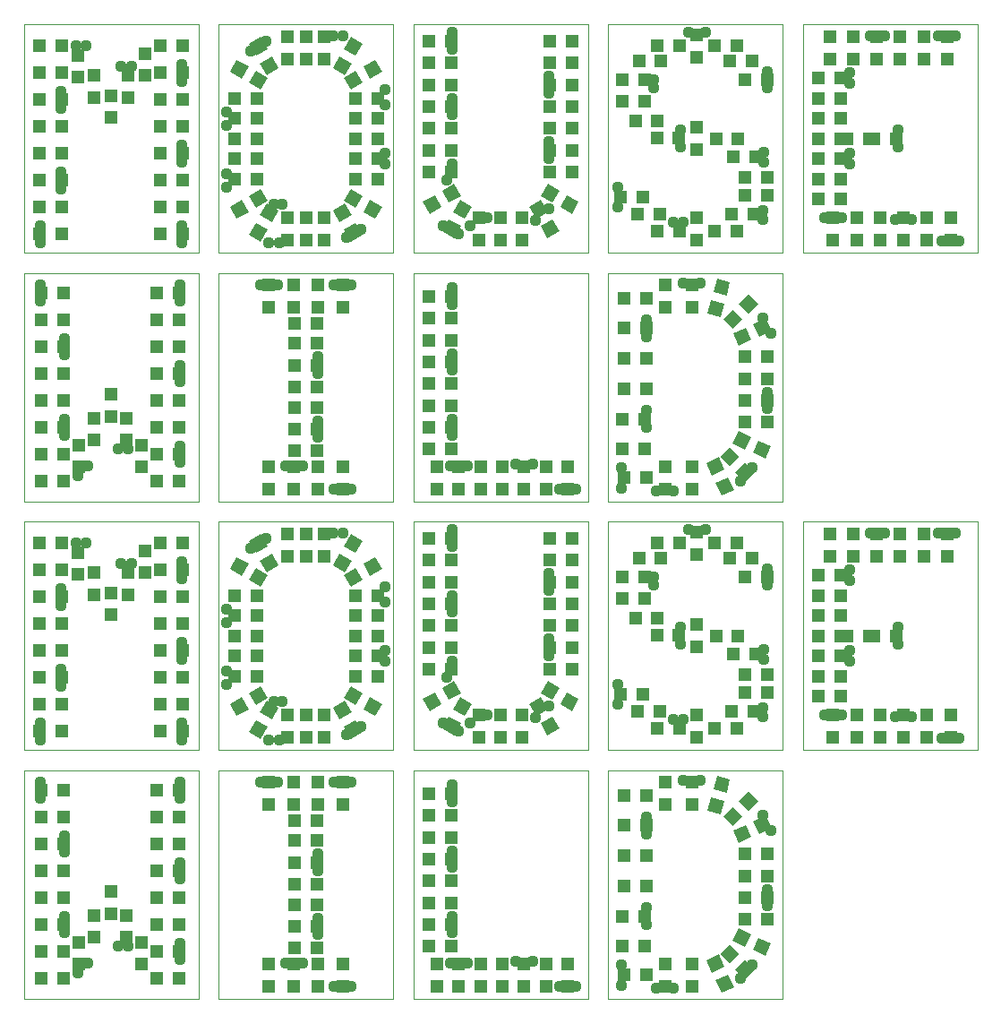
<source format=gts>
G75*
G70*
%OFA0B0*%
%FSLAX25Y25*%
%IPPOS*%
%LPD*%
%AMOC8*
5,1,8,0,0,1.08239X$1,22.5*
%
%ADD12C,0.04370*%
%ADD17C,0.00000*%
%ADD20R,0.05120X0.05120*%
X0010000Y0010000D02*
G75*
%LPD*%
D17*
X0010000Y0010000D02*
X0010000Y0095000D01*
X0075000Y0095000D01*
X0075000Y0010000D01*
X0010000Y0010000D01*
D20*
X0016490Y0017500D03*
X0024760Y0017500D03*
X0030620Y0022740D03*
X0024760Y0027500D03*
X0030620Y0031010D03*
X0036250Y0032740D03*
X0036250Y0041010D03*
X0042500Y0041490D03*
X0048120Y0041010D03*
X0048120Y0032740D03*
X0053750Y0031010D03*
X0059610Y0027500D03*
X0053750Y0022740D03*
X0059610Y0017500D03*
X0067880Y0017500D03*
X0067880Y0027500D03*
X0067880Y0037500D03*
X0059610Y0037500D03*
X0059610Y0047500D03*
X0067880Y0047500D03*
X0067880Y0057500D03*
X0059610Y0057500D03*
X0059610Y0067500D03*
X0067880Y0067500D03*
X0067880Y0077500D03*
X0059610Y0077500D03*
X0059610Y0087500D03*
X0067880Y0087500D03*
X0042500Y0049760D03*
X0024760Y0047500D03*
X0016490Y0047500D03*
X0016490Y0057500D03*
X0024760Y0057500D03*
X0024760Y0067500D03*
X0016490Y0067500D03*
X0016490Y0077500D03*
X0024760Y0077500D03*
X0024760Y0087500D03*
X0016490Y0087500D03*
X0016490Y0037500D03*
X0024760Y0037500D03*
X0016490Y0027500D03*
D12*
X0025000Y0034370D03*
X0025000Y0040620D03*
X0033750Y0023120D03*
X0030000Y0019370D03*
X0045000Y0029370D03*
X0048750Y0029370D03*
X0068120Y0030620D03*
X0068120Y0024370D03*
X0068120Y0054370D03*
X0068120Y0060620D03*
X0068120Y0084370D03*
X0068120Y0090620D03*
X0025000Y0070620D03*
X0025000Y0064370D03*
X0016250Y0084370D03*
X0016250Y0090620D03*
X0082500Y0010000D02*
G75*
%LPD*%
D17*
X0082500Y0010000D02*
X0082500Y0095000D01*
X0147500Y0095000D01*
X0147500Y0010000D01*
X0082500Y0010000D01*
D20*
X0101250Y0014610D03*
X0101250Y0022880D03*
X0110620Y0022880D03*
X0110860Y0028750D03*
X0110860Y0036870D03*
X0110860Y0045000D03*
X0110860Y0052500D03*
X0110860Y0060620D03*
X0110860Y0068750D03*
X0110860Y0076250D03*
X0110620Y0082110D03*
X0110620Y0090380D03*
X0119370Y0090380D03*
X0119370Y0082110D03*
X0119130Y0076250D03*
X0119130Y0068750D03*
X0119130Y0060620D03*
X0119130Y0052500D03*
X0119130Y0045000D03*
X0119130Y0036870D03*
X0119130Y0028750D03*
X0119370Y0022880D03*
X0119370Y0014610D03*
X0110620Y0014610D03*
X0128750Y0014610D03*
X0128750Y0022880D03*
X0128750Y0082110D03*
X0128750Y0090380D03*
X0101250Y0090380D03*
X0101250Y0082110D03*
D12*
X0104370Y0090620D03*
X0098120Y0090620D03*
X0119370Y0063750D03*
X0119370Y0057500D03*
X0119370Y0040000D03*
X0119370Y0033750D03*
X0113750Y0023120D03*
X0107500Y0023120D03*
X0125620Y0014370D03*
X0131870Y0014370D03*
X0131870Y0090620D03*
X0125620Y0090620D03*
X0155000Y0010000D02*
G75*
%LPD*%
D17*
X0155000Y0010000D02*
X0155000Y0095000D01*
X0220000Y0095000D01*
X0220000Y0010000D01*
X0155000Y0010000D01*
D20*
X0163750Y0014610D03*
X0171870Y0014610D03*
X0180000Y0014610D03*
X0180000Y0022880D03*
X0171870Y0022880D03*
X0169130Y0029370D03*
X0163750Y0022880D03*
X0160860Y0029370D03*
X0160860Y0037500D03*
X0160860Y0045620D03*
X0160860Y0053750D03*
X0160860Y0061870D03*
X0160860Y0070000D03*
X0160860Y0078120D03*
X0160860Y0086250D03*
X0169130Y0086250D03*
X0169130Y0078120D03*
X0169130Y0070000D03*
X0169130Y0061870D03*
X0169130Y0053750D03*
X0169130Y0045620D03*
X0169130Y0037500D03*
X0188120Y0022880D03*
X0196250Y0022880D03*
X0204370Y0022880D03*
X0204370Y0014610D03*
X0196250Y0014610D03*
X0188120Y0014610D03*
X0212500Y0014610D03*
X0212500Y0022880D03*
D12*
X0215620Y0014370D03*
X0209370Y0014370D03*
X0199370Y0023750D03*
X0193120Y0023750D03*
X0175000Y0023120D03*
X0168750Y0023120D03*
X0169370Y0034370D03*
X0169370Y0040620D03*
X0169370Y0058750D03*
X0169370Y0065000D03*
X0169370Y0083120D03*
X0169370Y0089370D03*
X0227500Y0010000D02*
G75*
%LPD*%
D17*
X0227500Y0010000D02*
X0227500Y0095000D01*
X0292500Y0095000D01*
X0292500Y0010000D01*
X0227500Y0010000D01*
D20*
X0233360Y0018750D03*
X0241630Y0018750D03*
X0248750Y0022880D03*
X0248750Y0014610D03*
X0258750Y0014610D03*
X0258750Y0022880D03*
X0241010Y0029370D03*
X0232740Y0029370D03*
X0232740Y0040620D03*
X0241010Y0040620D03*
X0241630Y0051870D03*
X0233360Y0051870D03*
X0233360Y0063120D03*
X0241630Y0063120D03*
X0241630Y0074370D03*
X0233360Y0074370D03*
X0233360Y0085620D03*
X0241630Y0085620D03*
X0248750Y0082110D03*
X0248750Y0090380D03*
X0258750Y0090380D03*
X0258750Y0082110D03*
X0278360Y0063750D03*
X0278360Y0055620D03*
X0278360Y0047500D03*
X0278360Y0039370D03*
X0286630Y0039370D03*
X0286630Y0047500D03*
X0286630Y0055620D03*
X0286630Y0063750D03*
D20*
G36*
X0276270Y0067850D02*
X0274100Y0072480D01*
X0278730Y0074650D01*
X0280900Y0070020D01*
X0276270Y0067850D01*
G37*
G36*
X0273950Y0074080D02*
X0270330Y0077700D01*
X0273950Y0081320D01*
X0277570Y0077700D01*
X0273950Y0074080D01*
G37*
G36*
X0269490Y0078500D02*
X0264550Y0079820D01*
X0265870Y0084760D01*
X0270810Y0083440D01*
X0269490Y0078500D01*
G37*
G36*
X0271630Y0086480D02*
X0266690Y0087800D01*
X0268010Y0092740D01*
X0272950Y0091420D01*
X0271630Y0086480D01*
G37*
G36*
X0279790Y0079920D02*
X0276170Y0083540D01*
X0279790Y0087160D01*
X0283410Y0083540D01*
X0279790Y0079920D01*
G37*
G36*
X0283760Y0071340D02*
X0281590Y0075970D01*
X0286220Y0078140D01*
X0288390Y0073510D01*
X0283760Y0071340D01*
G37*
G36*
X0273940Y0031510D02*
X0276110Y0036140D01*
X0280740Y0033970D01*
X0278570Y0029340D01*
X0273940Y0031510D01*
G37*
G36*
X0269080Y0026670D02*
X0272700Y0030290D01*
X0276320Y0026670D01*
X0272700Y0023050D01*
X0269080Y0026670D01*
G37*
G36*
X0264030Y0024270D02*
X0268660Y0026440D01*
X0270830Y0021810D01*
X0266200Y0019640D01*
X0264030Y0024270D01*
G37*
G36*
X0267520Y0016780D02*
X0272150Y0018950D01*
X0274320Y0014320D01*
X0269690Y0012150D01*
X0267520Y0016780D01*
G37*
G36*
X0274920Y0020820D02*
X0278540Y0024440D01*
X0282160Y0020820D01*
X0278540Y0017200D01*
X0274920Y0020820D01*
G37*
G36*
X0281440Y0028020D02*
X0283610Y0032650D01*
X0288240Y0030480D01*
X0286070Y0025850D01*
X0281440Y0028020D01*
G37*
D12*
X0281250Y0022500D03*
X0276870Y0017500D03*
X0251870Y0013750D03*
X0245620Y0013750D03*
X0232500Y0015000D03*
X0232500Y0022500D03*
X0241870Y0037500D03*
X0241870Y0043750D03*
X0241870Y0071250D03*
X0241870Y0077500D03*
X0255620Y0091250D03*
X0261870Y0091250D03*
X0285000Y0078120D03*
X0288120Y0072500D03*
X0286870Y0050620D03*
X0286870Y0044370D03*
X0010000Y0102500D02*
G75*
%LPD*%
D17*
X0010000Y0102500D02*
X0010000Y0187500D01*
X0075000Y0187500D01*
X0075000Y0102500D01*
X0010000Y0102500D01*
D20*
X0015860Y0109370D03*
X0024130Y0109370D03*
X0024130Y0119370D03*
X0015860Y0119370D03*
X0015860Y0129370D03*
X0024130Y0129370D03*
X0024130Y0139370D03*
X0015860Y0139370D03*
X0015860Y0149370D03*
X0024130Y0149370D03*
X0024130Y0159370D03*
X0015860Y0159370D03*
X0015860Y0169370D03*
X0024130Y0169370D03*
X0030000Y0167740D03*
X0036250Y0168510D03*
X0030000Y0176010D03*
X0024130Y0179370D03*
X0015860Y0179370D03*
X0036250Y0160240D03*
X0042500Y0161010D03*
X0048750Y0160240D03*
X0048750Y0168510D03*
X0055000Y0168360D03*
X0060860Y0169370D03*
X0055000Y0176630D03*
X0060860Y0179370D03*
X0069130Y0179370D03*
X0069130Y0169370D03*
X0069130Y0159370D03*
X0060860Y0159370D03*
X0060860Y0149370D03*
X0069130Y0149370D03*
X0069130Y0139370D03*
X0060860Y0139370D03*
X0060860Y0129370D03*
X0069130Y0129370D03*
X0069130Y0119370D03*
X0060860Y0119370D03*
X0060860Y0109370D03*
X0069130Y0109370D03*
X0042500Y0152740D03*
D12*
X0023750Y0156250D03*
X0023750Y0162500D03*
X0029370Y0179370D03*
X0033120Y0179370D03*
X0046250Y0171870D03*
X0050000Y0171870D03*
X0068750Y0172500D03*
X0068750Y0166250D03*
X0068750Y0142500D03*
X0068750Y0136250D03*
X0068750Y0112500D03*
X0068750Y0106250D03*
X0023750Y0126250D03*
X0023750Y0132500D03*
X0016250Y0112500D03*
X0016250Y0106250D03*
X0082500Y0102500D02*
G75*
%LPD*%
D17*
X0082500Y0102500D02*
X0082500Y0187500D01*
X0147500Y0187500D01*
X0147500Y0102500D01*
X0082500Y0102500D01*
D20*
X0108120Y0107110D03*
X0115000Y0107110D03*
X0121870Y0107110D03*
X0121870Y0115380D03*
X0115000Y0115380D03*
X0108120Y0115380D03*
X0096630Y0130000D03*
X0096630Y0137500D03*
X0096630Y0145000D03*
X0096630Y0152500D03*
X0096630Y0160000D03*
X0088360Y0160000D03*
X0088360Y0152500D03*
X0088360Y0145000D03*
X0088360Y0137500D03*
X0088360Y0130000D03*
X0108120Y0174610D03*
X0115000Y0174610D03*
X0121870Y0174610D03*
X0121870Y0182880D03*
X0115000Y0182880D03*
X0108120Y0182880D03*
X0133360Y0160000D03*
X0133360Y0152500D03*
X0133360Y0145000D03*
X0133360Y0137500D03*
X0133360Y0130000D03*
X0141630Y0130000D03*
X0141630Y0137500D03*
X0141630Y0145000D03*
X0141630Y0152500D03*
X0141630Y0160000D03*
D20*
G36*
X0131740Y0163190D02*
X0129180Y0167610D01*
X0133600Y0170170D01*
X0136160Y0165750D01*
X0131740Y0163190D01*
G37*
G36*
X0129480Y0168550D02*
X0125060Y0171110D01*
X0127620Y0175530D01*
X0132040Y0172970D01*
X0129480Y0168550D01*
G37*
G36*
X0138900Y0167320D02*
X0136340Y0171740D01*
X0140760Y0174300D01*
X0143320Y0169880D01*
X0138900Y0167320D01*
G37*
G36*
X0133620Y0175710D02*
X0129200Y0178270D01*
X0131760Y0182690D01*
X0136180Y0180130D01*
X0133620Y0175710D01*
G37*
G36*
X0104930Y0171110D02*
X0100510Y0168550D01*
X0097950Y0172970D01*
X0102370Y0175530D01*
X0104930Y0171110D01*
G37*
G36*
X0100820Y0167610D02*
X0098260Y0163190D01*
X0093840Y0165750D01*
X0096400Y0170170D01*
X0100820Y0167610D01*
G37*
G36*
X0093660Y0171740D02*
X0091100Y0167320D01*
X0086680Y0169880D01*
X0089240Y0174300D01*
X0093660Y0171740D01*
G37*
G36*
X0100790Y0178270D02*
X0096370Y0175710D01*
X0093810Y0180130D01*
X0098230Y0182690D01*
X0100790Y0178270D01*
G37*
G36*
X0098260Y0126180D02*
X0100820Y0121760D01*
X0096400Y0119200D01*
X0093840Y0123620D01*
X0098260Y0126180D01*
G37*
G36*
X0091100Y0122040D02*
X0093660Y0117620D01*
X0089240Y0115060D01*
X0086680Y0119480D01*
X0091100Y0122040D01*
G37*
G36*
X0100510Y0120820D02*
X0104930Y0118260D01*
X0102370Y0113840D01*
X0097950Y0116400D01*
X0100510Y0120820D01*
G37*
G36*
X0096370Y0113660D02*
X0100790Y0111100D01*
X0098230Y0106680D01*
X0093810Y0109240D01*
X0096370Y0113660D01*
G37*
G36*
X0125060Y0118260D02*
X0129480Y0120820D01*
X0132040Y0116400D01*
X0127620Y0113840D01*
X0125060Y0118260D01*
G37*
G36*
X0129180Y0121760D02*
X0131740Y0126180D01*
X0136160Y0123620D01*
X0133600Y0119200D01*
X0129180Y0121760D01*
G37*
G36*
X0136340Y0117620D02*
X0138900Y0122040D01*
X0143320Y0119480D01*
X0140760Y0115060D01*
X0136340Y0117620D01*
G37*
G36*
X0129200Y0111100D02*
X0133620Y0113660D01*
X0136180Y0109240D01*
X0131760Y0106680D01*
X0129200Y0111100D01*
G37*
D12*
X0130000Y0108120D03*
X0135620Y0111250D03*
X0144370Y0135620D03*
X0144370Y0139370D03*
X0144370Y0157500D03*
X0144370Y0163120D03*
X0128750Y0183120D03*
X0125000Y0183120D03*
X0100000Y0181250D03*
X0094370Y0177500D03*
X0085620Y0155000D03*
X0085620Y0150000D03*
X0085620Y0131870D03*
X0085620Y0126870D03*
X0103120Y0120620D03*
X0106250Y0120620D03*
X0105000Y0106250D03*
X0101250Y0106250D03*
X0155000Y0102500D02*
G75*
%LPD*%
D17*
X0155000Y0102500D02*
X0155000Y0187500D01*
X0220000Y0187500D01*
X0220000Y0102500D01*
X0155000Y0102500D01*
D20*
X0179370Y0107110D03*
X0187500Y0107110D03*
X0187500Y0115380D03*
X0179370Y0115380D03*
X0169130Y0132500D03*
X0169130Y0140620D03*
X0169130Y0148750D03*
X0169130Y0156870D03*
X0169130Y0165000D03*
X0169130Y0173120D03*
X0169130Y0181250D03*
X0160860Y0181250D03*
X0160860Y0173120D03*
X0160860Y0165000D03*
X0160860Y0156870D03*
X0160860Y0148750D03*
X0160860Y0140620D03*
X0160860Y0132500D03*
X0195620Y0115380D03*
X0195620Y0107110D03*
X0205860Y0132500D03*
X0205860Y0140620D03*
X0205860Y0148750D03*
X0205860Y0156870D03*
X0205860Y0165000D03*
X0205860Y0173120D03*
X0205860Y0181250D03*
X0214130Y0181250D03*
X0214130Y0173120D03*
X0214130Y0165000D03*
X0214130Y0156870D03*
X0214130Y0148750D03*
X0214130Y0140620D03*
X0214130Y0132500D03*
D20*
G36*
X0209450Y0125490D02*
X0206890Y0121070D01*
X0202470Y0123630D01*
X0205030Y0128050D01*
X0209450Y0125490D01*
G37*
G36*
X0216610Y0121360D02*
X0214050Y0116940D01*
X0209630Y0119500D01*
X0212190Y0123920D01*
X0216610Y0121360D01*
G37*
G36*
X0209300Y0110490D02*
X0204880Y0107930D01*
X0202320Y0112350D01*
X0206740Y0114910D01*
X0209300Y0110490D01*
G37*
G36*
X0205170Y0117650D02*
X0200750Y0115090D01*
X0198190Y0119510D01*
X0202610Y0122070D01*
X0205170Y0117650D01*
G37*
G36*
X0174240Y0115090D02*
X0169820Y0117650D01*
X0172380Y0122070D01*
X0176800Y0119510D01*
X0174240Y0115090D01*
G37*
G36*
X0170110Y0107930D02*
X0165690Y0110490D01*
X0168250Y0114910D01*
X0172670Y0112350D01*
X0170110Y0107930D01*
G37*
G36*
X0161110Y0116940D02*
X0158550Y0121360D01*
X0162970Y0123920D01*
X0165530Y0119500D01*
X0161110Y0116940D01*
G37*
G36*
X0168270Y0121070D02*
X0165710Y0125490D01*
X0170130Y0128050D01*
X0172690Y0123630D01*
X0168270Y0121070D01*
G37*
D12*
X0167500Y0129370D03*
X0169370Y0135620D03*
X0169370Y0153750D03*
X0169370Y0160000D03*
X0169370Y0178120D03*
X0169370Y0184370D03*
X0205620Y0168120D03*
X0205620Y0161870D03*
X0205620Y0143750D03*
X0205620Y0137500D03*
X0205620Y0118750D03*
X0200620Y0114370D03*
X0182500Y0115620D03*
X0176250Y0112500D03*
X0171870Y0109370D03*
X0166250Y0112500D03*
X0227500Y0102500D02*
G75*
%LPD*%
D17*
X0227500Y0102500D02*
X0227500Y0187500D01*
X0292500Y0187500D01*
X0292500Y0102500D01*
X0227500Y0102500D01*
D20*
X0238360Y0116870D03*
X0240380Y0123120D03*
X0246630Y0116870D03*
X0245860Y0110620D03*
X0254130Y0110620D03*
X0260620Y0107110D03*
X0267110Y0110620D03*
X0260620Y0115380D03*
X0273360Y0116870D03*
X0275380Y0110620D03*
X0281630Y0116870D03*
X0278360Y0123750D03*
X0278360Y0130620D03*
X0274250Y0138230D03*
X0275900Y0145000D03*
X0282510Y0138230D03*
X0286630Y0130620D03*
X0286630Y0123750D03*
X0267630Y0145000D03*
X0260620Y0149130D03*
X0253950Y0145070D03*
X0260620Y0140860D03*
X0245680Y0145070D03*
X0245900Y0151610D03*
X0237630Y0151610D03*
X0241010Y0158750D03*
X0241010Y0166870D03*
X0238990Y0173750D03*
X0245860Y0179370D03*
X0247260Y0173750D03*
X0254130Y0179370D03*
X0260620Y0175240D03*
X0267110Y0179370D03*
X0272740Y0173750D03*
X0275380Y0179370D03*
X0281010Y0173750D03*
X0278360Y0166870D03*
X0286630Y0166870D03*
X0260620Y0183510D03*
X0232740Y0166870D03*
X0232740Y0158750D03*
X0232110Y0123120D03*
D12*
X0231250Y0119370D03*
X0231250Y0126870D03*
X0251870Y0113750D03*
X0255620Y0113750D03*
X0254370Y0141870D03*
X0254370Y0148120D03*
X0244370Y0163750D03*
X0244370Y0166870D03*
X0257500Y0184370D03*
X0263750Y0184370D03*
X0286870Y0170000D03*
X0286870Y0163750D03*
X0285620Y0140000D03*
X0285620Y0136250D03*
X0285000Y0118120D03*
X0285000Y0115000D03*
X0300000Y0102500D02*
G75*
%LPD*%
D17*
X0300000Y0102500D02*
X0300000Y0187500D01*
X0365000Y0187500D01*
X0365000Y0102500D01*
X0300000Y0102500D01*
D20*
X0311250Y0107110D03*
X0311250Y0115380D03*
X0314130Y0122500D03*
X0314130Y0130000D03*
X0314130Y0137500D03*
X0314130Y0145000D03*
X0316490Y0145000D03*
X0314130Y0152500D03*
X0314130Y0160000D03*
X0314130Y0167500D03*
X0310000Y0174610D03*
X0305860Y0167500D03*
X0305860Y0160000D03*
X0305860Y0152500D03*
X0305860Y0145000D03*
X0305860Y0137500D03*
X0305860Y0130000D03*
X0305860Y0122500D03*
X0320000Y0115380D03*
X0320000Y0107110D03*
X0328750Y0107110D03*
X0328750Y0115380D03*
X0337500Y0115380D03*
X0337500Y0107110D03*
X0346250Y0107110D03*
X0346250Y0115380D03*
X0355000Y0115380D03*
X0355000Y0107110D03*
X0334760Y0145000D03*
X0326490Y0145000D03*
X0324760Y0145000D03*
X0327500Y0174610D03*
X0327500Y0182880D03*
X0318750Y0182880D03*
X0318750Y0174610D03*
X0310000Y0182880D03*
X0336250Y0182880D03*
X0336250Y0174610D03*
X0345000Y0174610D03*
X0345000Y0182880D03*
X0353750Y0182880D03*
X0353750Y0174610D03*
D12*
X0356870Y0183120D03*
X0350620Y0183120D03*
X0330620Y0183120D03*
X0325000Y0183120D03*
X0317500Y0169370D03*
X0317500Y0165620D03*
X0335620Y0148120D03*
X0335620Y0141870D03*
X0317500Y0139370D03*
X0317500Y0135620D03*
X0314370Y0115620D03*
X0308120Y0115620D03*
X0334370Y0115000D03*
X0340620Y0115000D03*
X0351870Y0106870D03*
X0358120Y0106870D03*
X0010000Y0195000D02*
G75*
%LPD*%
D17*
X0010000Y0195000D02*
X0010000Y0280000D01*
X0075000Y0280000D01*
X0075000Y0195000D01*
X0010000Y0195000D01*
D20*
X0016490Y0202500D03*
X0024760Y0202500D03*
X0030620Y0207740D03*
X0024760Y0212500D03*
X0030620Y0216010D03*
X0036250Y0217740D03*
X0036250Y0226010D03*
X0042500Y0226490D03*
X0048120Y0226010D03*
X0048120Y0217740D03*
X0053750Y0216010D03*
X0059610Y0212500D03*
X0053750Y0207740D03*
X0059610Y0202500D03*
X0067880Y0202500D03*
X0067880Y0212500D03*
X0067880Y0222500D03*
X0059610Y0222500D03*
X0059610Y0232500D03*
X0067880Y0232500D03*
X0067880Y0242500D03*
X0059610Y0242500D03*
X0059610Y0252500D03*
X0067880Y0252500D03*
X0067880Y0262500D03*
X0059610Y0262500D03*
X0059610Y0272500D03*
X0067880Y0272500D03*
X0042500Y0234760D03*
X0024760Y0232500D03*
X0016490Y0232500D03*
X0016490Y0242500D03*
X0024760Y0242500D03*
X0024760Y0252500D03*
X0016490Y0252500D03*
X0016490Y0262500D03*
X0024760Y0262500D03*
X0024760Y0272500D03*
X0016490Y0272500D03*
X0016490Y0222500D03*
X0024760Y0222500D03*
X0016490Y0212500D03*
D12*
X0025000Y0219370D03*
X0025000Y0225620D03*
X0033750Y0208120D03*
X0030000Y0204370D03*
X0045000Y0214370D03*
X0048750Y0214370D03*
X0068120Y0215620D03*
X0068120Y0209370D03*
X0068120Y0239370D03*
X0068120Y0245620D03*
X0068120Y0269370D03*
X0068120Y0275620D03*
X0025000Y0255620D03*
X0025000Y0249370D03*
X0016250Y0269370D03*
X0016250Y0275620D03*
X0082500Y0195000D02*
G75*
%LPD*%
D17*
X0082500Y0195000D02*
X0082500Y0280000D01*
X0147500Y0280000D01*
X0147500Y0195000D01*
X0082500Y0195000D01*
D20*
X0101250Y0199610D03*
X0101250Y0207880D03*
X0110620Y0207880D03*
X0110860Y0213750D03*
X0110860Y0221870D03*
X0110860Y0230000D03*
X0110860Y0237500D03*
X0110860Y0245620D03*
X0110860Y0253750D03*
X0110860Y0261250D03*
X0110620Y0267110D03*
X0110620Y0275380D03*
X0119370Y0275380D03*
X0119370Y0267110D03*
X0119130Y0261250D03*
X0119130Y0253750D03*
X0119130Y0245620D03*
X0119130Y0237500D03*
X0119130Y0230000D03*
X0119130Y0221870D03*
X0119130Y0213750D03*
X0119370Y0207880D03*
X0119370Y0199610D03*
X0110620Y0199610D03*
X0128750Y0199610D03*
X0128750Y0207880D03*
X0128750Y0267110D03*
X0128750Y0275380D03*
X0101250Y0275380D03*
X0101250Y0267110D03*
D12*
X0104370Y0275620D03*
X0098120Y0275620D03*
X0119370Y0248750D03*
X0119370Y0242500D03*
X0119370Y0225000D03*
X0119370Y0218750D03*
X0113750Y0208120D03*
X0107500Y0208120D03*
X0125620Y0199370D03*
X0131870Y0199370D03*
X0131870Y0275620D03*
X0125620Y0275620D03*
X0155000Y0195000D02*
G75*
%LPD*%
D17*
X0155000Y0195000D02*
X0155000Y0280000D01*
X0220000Y0280000D01*
X0220000Y0195000D01*
X0155000Y0195000D01*
D20*
X0163750Y0199610D03*
X0171870Y0199610D03*
X0180000Y0199610D03*
X0180000Y0207880D03*
X0171870Y0207880D03*
X0169130Y0214370D03*
X0163750Y0207880D03*
X0160860Y0214370D03*
X0160860Y0222500D03*
X0160860Y0230620D03*
X0160860Y0238750D03*
X0160860Y0246870D03*
X0160860Y0255000D03*
X0160860Y0263120D03*
X0160860Y0271250D03*
X0169130Y0271250D03*
X0169130Y0263120D03*
X0169130Y0255000D03*
X0169130Y0246870D03*
X0169130Y0238750D03*
X0169130Y0230620D03*
X0169130Y0222500D03*
X0188120Y0207880D03*
X0196250Y0207880D03*
X0204370Y0207880D03*
X0204370Y0199610D03*
X0196250Y0199610D03*
X0188120Y0199610D03*
X0212500Y0199610D03*
X0212500Y0207880D03*
D12*
X0215620Y0199370D03*
X0209370Y0199370D03*
X0199370Y0208750D03*
X0193120Y0208750D03*
X0175000Y0208120D03*
X0168750Y0208120D03*
X0169370Y0219370D03*
X0169370Y0225620D03*
X0169370Y0243750D03*
X0169370Y0250000D03*
X0169370Y0268120D03*
X0169370Y0274370D03*
X0227500Y0195000D02*
G75*
%LPD*%
D17*
X0227500Y0195000D02*
X0227500Y0280000D01*
X0292500Y0280000D01*
X0292500Y0195000D01*
X0227500Y0195000D01*
D20*
X0233360Y0203750D03*
X0241630Y0203750D03*
X0248750Y0207880D03*
X0248750Y0199610D03*
X0258750Y0199610D03*
X0258750Y0207880D03*
X0241010Y0214370D03*
X0232740Y0214370D03*
X0232740Y0225620D03*
X0241010Y0225620D03*
X0241630Y0236870D03*
X0233360Y0236870D03*
X0233360Y0248120D03*
X0241630Y0248120D03*
X0241630Y0259370D03*
X0233360Y0259370D03*
X0233360Y0270620D03*
X0241630Y0270620D03*
X0248750Y0267110D03*
X0248750Y0275380D03*
X0258750Y0275380D03*
X0258750Y0267110D03*
X0278360Y0248750D03*
X0278360Y0240620D03*
X0278360Y0232500D03*
X0278360Y0224370D03*
X0286630Y0224370D03*
X0286630Y0232500D03*
X0286630Y0240620D03*
X0286630Y0248750D03*
D20*
G36*
X0276270Y0252850D02*
X0274100Y0257480D01*
X0278730Y0259650D01*
X0280900Y0255020D01*
X0276270Y0252850D01*
G37*
G36*
X0273950Y0259080D02*
X0270330Y0262700D01*
X0273950Y0266320D01*
X0277570Y0262700D01*
X0273950Y0259080D01*
G37*
G36*
X0269490Y0263500D02*
X0264550Y0264820D01*
X0265870Y0269760D01*
X0270810Y0268440D01*
X0269490Y0263500D01*
G37*
G36*
X0271630Y0271480D02*
X0266690Y0272800D01*
X0268010Y0277740D01*
X0272950Y0276420D01*
X0271630Y0271480D01*
G37*
G36*
X0279790Y0264920D02*
X0276170Y0268540D01*
X0279790Y0272160D01*
X0283410Y0268540D01*
X0279790Y0264920D01*
G37*
G36*
X0283760Y0256340D02*
X0281590Y0260970D01*
X0286220Y0263140D01*
X0288390Y0258510D01*
X0283760Y0256340D01*
G37*
G36*
X0273940Y0216510D02*
X0276110Y0221140D01*
X0280740Y0218970D01*
X0278570Y0214340D01*
X0273940Y0216510D01*
G37*
G36*
X0269080Y0211670D02*
X0272700Y0215290D01*
X0276320Y0211670D01*
X0272700Y0208050D01*
X0269080Y0211670D01*
G37*
G36*
X0264030Y0209270D02*
X0268660Y0211440D01*
X0270830Y0206810D01*
X0266200Y0204640D01*
X0264030Y0209270D01*
G37*
G36*
X0267520Y0201780D02*
X0272150Y0203950D01*
X0274320Y0199320D01*
X0269690Y0197150D01*
X0267520Y0201780D01*
G37*
G36*
X0274920Y0205820D02*
X0278540Y0209440D01*
X0282160Y0205820D01*
X0278540Y0202200D01*
X0274920Y0205820D01*
G37*
G36*
X0281440Y0213020D02*
X0283610Y0217650D01*
X0288240Y0215480D01*
X0286070Y0210850D01*
X0281440Y0213020D01*
G37*
D12*
X0281250Y0207500D03*
X0276870Y0202500D03*
X0251870Y0198750D03*
X0245620Y0198750D03*
X0232500Y0200000D03*
X0232500Y0207500D03*
X0241870Y0222500D03*
X0241870Y0228750D03*
X0241870Y0256250D03*
X0241870Y0262500D03*
X0255620Y0276250D03*
X0261870Y0276250D03*
X0285000Y0263120D03*
X0288120Y0257500D03*
X0286870Y0235620D03*
X0286870Y0229370D03*
X0010000Y0287500D02*
G75*
%LPD*%
D17*
X0010000Y0287500D02*
X0010000Y0372500D01*
X0075000Y0372500D01*
X0075000Y0287500D01*
X0010000Y0287500D01*
D20*
X0015860Y0294370D03*
X0024130Y0294370D03*
X0024130Y0304370D03*
X0015860Y0304370D03*
X0015860Y0314370D03*
X0024130Y0314370D03*
X0024130Y0324370D03*
X0015860Y0324370D03*
X0015860Y0334370D03*
X0024130Y0334370D03*
X0024130Y0344370D03*
X0015860Y0344370D03*
X0015860Y0354370D03*
X0024130Y0354370D03*
X0030000Y0352740D03*
X0036250Y0353510D03*
X0030000Y0361010D03*
X0024130Y0364370D03*
X0015860Y0364370D03*
X0036250Y0345240D03*
X0042500Y0346010D03*
X0048750Y0345240D03*
X0048750Y0353510D03*
X0055000Y0353360D03*
X0060860Y0354370D03*
X0055000Y0361630D03*
X0060860Y0364370D03*
X0069130Y0364370D03*
X0069130Y0354370D03*
X0069130Y0344370D03*
X0060860Y0344370D03*
X0060860Y0334370D03*
X0069130Y0334370D03*
X0069130Y0324370D03*
X0060860Y0324370D03*
X0060860Y0314370D03*
X0069130Y0314370D03*
X0069130Y0304370D03*
X0060860Y0304370D03*
X0060860Y0294370D03*
X0069130Y0294370D03*
X0042500Y0337740D03*
D12*
X0023750Y0341250D03*
X0023750Y0347500D03*
X0029370Y0364370D03*
X0033120Y0364370D03*
X0046250Y0356870D03*
X0050000Y0356870D03*
X0068750Y0357500D03*
X0068750Y0351250D03*
X0068750Y0327500D03*
X0068750Y0321250D03*
X0068750Y0297500D03*
X0068750Y0291250D03*
X0023750Y0311250D03*
X0023750Y0317500D03*
X0016250Y0297500D03*
X0016250Y0291250D03*
X0082500Y0287500D02*
G75*
%LPD*%
D17*
X0082500Y0287500D02*
X0082500Y0372500D01*
X0147500Y0372500D01*
X0147500Y0287500D01*
X0082500Y0287500D01*
D20*
X0108120Y0292110D03*
X0115000Y0292110D03*
X0121870Y0292110D03*
X0121870Y0300380D03*
X0115000Y0300380D03*
X0108120Y0300380D03*
X0096630Y0315000D03*
X0096630Y0322500D03*
X0096630Y0330000D03*
X0096630Y0337500D03*
X0096630Y0345000D03*
X0088360Y0345000D03*
X0088360Y0337500D03*
X0088360Y0330000D03*
X0088360Y0322500D03*
X0088360Y0315000D03*
X0108120Y0359610D03*
X0115000Y0359610D03*
X0121870Y0359610D03*
X0121870Y0367880D03*
X0115000Y0367880D03*
X0108120Y0367880D03*
X0133360Y0345000D03*
X0133360Y0337500D03*
X0133360Y0330000D03*
X0133360Y0322500D03*
X0133360Y0315000D03*
X0141630Y0315000D03*
X0141630Y0322500D03*
X0141630Y0330000D03*
X0141630Y0337500D03*
X0141630Y0345000D03*
D20*
G36*
X0131740Y0348190D02*
X0129180Y0352610D01*
X0133600Y0355170D01*
X0136160Y0350750D01*
X0131740Y0348190D01*
G37*
G36*
X0129480Y0353550D02*
X0125060Y0356110D01*
X0127620Y0360530D01*
X0132040Y0357970D01*
X0129480Y0353550D01*
G37*
G36*
X0138900Y0352320D02*
X0136340Y0356740D01*
X0140760Y0359300D01*
X0143320Y0354880D01*
X0138900Y0352320D01*
G37*
G36*
X0133620Y0360710D02*
X0129200Y0363270D01*
X0131760Y0367690D01*
X0136180Y0365130D01*
X0133620Y0360710D01*
G37*
G36*
X0104930Y0356110D02*
X0100510Y0353550D01*
X0097950Y0357970D01*
X0102370Y0360530D01*
X0104930Y0356110D01*
G37*
G36*
X0100820Y0352610D02*
X0098260Y0348190D01*
X0093840Y0350750D01*
X0096400Y0355170D01*
X0100820Y0352610D01*
G37*
G36*
X0093660Y0356740D02*
X0091100Y0352320D01*
X0086680Y0354880D01*
X0089240Y0359300D01*
X0093660Y0356740D01*
G37*
G36*
X0100790Y0363270D02*
X0096370Y0360710D01*
X0093810Y0365130D01*
X0098230Y0367690D01*
X0100790Y0363270D01*
G37*
G36*
X0098260Y0311180D02*
X0100820Y0306760D01*
X0096400Y0304200D01*
X0093840Y0308620D01*
X0098260Y0311180D01*
G37*
G36*
X0091100Y0307040D02*
X0093660Y0302620D01*
X0089240Y0300060D01*
X0086680Y0304480D01*
X0091100Y0307040D01*
G37*
G36*
X0100510Y0305820D02*
X0104930Y0303260D01*
X0102370Y0298840D01*
X0097950Y0301400D01*
X0100510Y0305820D01*
G37*
G36*
X0096370Y0298660D02*
X0100790Y0296100D01*
X0098230Y0291680D01*
X0093810Y0294240D01*
X0096370Y0298660D01*
G37*
G36*
X0125060Y0303260D02*
X0129480Y0305820D01*
X0132040Y0301400D01*
X0127620Y0298840D01*
X0125060Y0303260D01*
G37*
G36*
X0129180Y0306760D02*
X0131740Y0311180D01*
X0136160Y0308620D01*
X0133600Y0304200D01*
X0129180Y0306760D01*
G37*
G36*
X0136340Y0302620D02*
X0138900Y0307040D01*
X0143320Y0304480D01*
X0140760Y0300060D01*
X0136340Y0302620D01*
G37*
G36*
X0129200Y0296100D02*
X0133620Y0298660D01*
X0136180Y0294240D01*
X0131760Y0291680D01*
X0129200Y0296100D01*
G37*
D12*
X0130000Y0293120D03*
X0135620Y0296250D03*
X0144370Y0320620D03*
X0144370Y0324370D03*
X0144370Y0342500D03*
X0144370Y0348120D03*
X0128750Y0368120D03*
X0125000Y0368120D03*
X0100000Y0366250D03*
X0094370Y0362500D03*
X0085620Y0340000D03*
X0085620Y0335000D03*
X0085620Y0316870D03*
X0085620Y0311870D03*
X0103120Y0305620D03*
X0106250Y0305620D03*
X0105000Y0291250D03*
X0101250Y0291250D03*
X0155000Y0287500D02*
G75*
%LPD*%
D17*
X0155000Y0287500D02*
X0155000Y0372500D01*
X0220000Y0372500D01*
X0220000Y0287500D01*
X0155000Y0287500D01*
D20*
X0179370Y0292110D03*
X0187500Y0292110D03*
X0187500Y0300380D03*
X0179370Y0300380D03*
X0169130Y0317500D03*
X0169130Y0325620D03*
X0169130Y0333750D03*
X0169130Y0341870D03*
X0169130Y0350000D03*
X0169130Y0358120D03*
X0169130Y0366250D03*
X0160860Y0366250D03*
X0160860Y0358120D03*
X0160860Y0350000D03*
X0160860Y0341870D03*
X0160860Y0333750D03*
X0160860Y0325620D03*
X0160860Y0317500D03*
X0195620Y0300380D03*
X0195620Y0292110D03*
X0205860Y0317500D03*
X0205860Y0325620D03*
X0205860Y0333750D03*
X0205860Y0341870D03*
X0205860Y0350000D03*
X0205860Y0358120D03*
X0205860Y0366250D03*
X0214130Y0366250D03*
X0214130Y0358120D03*
X0214130Y0350000D03*
X0214130Y0341870D03*
X0214130Y0333750D03*
X0214130Y0325620D03*
X0214130Y0317500D03*
D20*
G36*
X0209450Y0310490D02*
X0206890Y0306070D01*
X0202470Y0308630D01*
X0205030Y0313050D01*
X0209450Y0310490D01*
G37*
G36*
X0216610Y0306360D02*
X0214050Y0301940D01*
X0209630Y0304500D01*
X0212190Y0308920D01*
X0216610Y0306360D01*
G37*
G36*
X0209300Y0295490D02*
X0204880Y0292930D01*
X0202320Y0297350D01*
X0206740Y0299910D01*
X0209300Y0295490D01*
G37*
G36*
X0205170Y0302650D02*
X0200750Y0300090D01*
X0198190Y0304510D01*
X0202610Y0307070D01*
X0205170Y0302650D01*
G37*
G36*
X0174240Y0300090D02*
X0169820Y0302650D01*
X0172380Y0307070D01*
X0176800Y0304510D01*
X0174240Y0300090D01*
G37*
G36*
X0170110Y0292930D02*
X0165690Y0295490D01*
X0168250Y0299910D01*
X0172670Y0297350D01*
X0170110Y0292930D01*
G37*
G36*
X0161110Y0301940D02*
X0158550Y0306360D01*
X0162970Y0308920D01*
X0165530Y0304500D01*
X0161110Y0301940D01*
G37*
G36*
X0168270Y0306070D02*
X0165710Y0310490D01*
X0170130Y0313050D01*
X0172690Y0308630D01*
X0168270Y0306070D01*
G37*
D12*
X0167500Y0314370D03*
X0169370Y0320620D03*
X0169370Y0338750D03*
X0169370Y0345000D03*
X0169370Y0363120D03*
X0169370Y0369370D03*
X0205620Y0353120D03*
X0205620Y0346870D03*
X0205620Y0328750D03*
X0205620Y0322500D03*
X0205620Y0303750D03*
X0200620Y0299370D03*
X0182500Y0300620D03*
X0176250Y0297500D03*
X0171870Y0294370D03*
X0166250Y0297500D03*
X0227500Y0287500D02*
G75*
%LPD*%
D17*
X0227500Y0287500D02*
X0227500Y0372500D01*
X0292500Y0372500D01*
X0292500Y0287500D01*
X0227500Y0287500D01*
D20*
X0238360Y0301870D03*
X0240380Y0308120D03*
X0246630Y0301870D03*
X0245860Y0295620D03*
X0254130Y0295620D03*
X0260620Y0292110D03*
X0267110Y0295620D03*
X0260620Y0300380D03*
X0273360Y0301870D03*
X0275380Y0295620D03*
X0281630Y0301870D03*
X0278360Y0308750D03*
X0278360Y0315620D03*
X0274250Y0323230D03*
X0275900Y0330000D03*
X0282510Y0323230D03*
X0286630Y0315620D03*
X0286630Y0308750D03*
X0267630Y0330000D03*
X0260620Y0334130D03*
X0253950Y0330070D03*
X0260620Y0325860D03*
X0245680Y0330070D03*
X0245900Y0336610D03*
X0237630Y0336610D03*
X0241010Y0343750D03*
X0241010Y0351870D03*
X0238990Y0358750D03*
X0245860Y0364370D03*
X0247260Y0358750D03*
X0254130Y0364370D03*
X0260620Y0360240D03*
X0267110Y0364370D03*
X0272740Y0358750D03*
X0275380Y0364370D03*
X0281010Y0358750D03*
X0278360Y0351870D03*
X0286630Y0351870D03*
X0260620Y0368510D03*
X0232740Y0351870D03*
X0232740Y0343750D03*
X0232110Y0308120D03*
D12*
X0231250Y0304370D03*
X0231250Y0311870D03*
X0251870Y0298750D03*
X0255620Y0298750D03*
X0254370Y0326870D03*
X0254370Y0333120D03*
X0244370Y0348750D03*
X0244370Y0351870D03*
X0257500Y0369370D03*
X0263750Y0369370D03*
X0286870Y0355000D03*
X0286870Y0348750D03*
X0285620Y0325000D03*
X0285620Y0321250D03*
X0285000Y0303120D03*
X0285000Y0300000D03*
X0300000Y0287500D02*
G75*
%LPD*%
D17*
X0300000Y0287500D02*
X0300000Y0372500D01*
X0365000Y0372500D01*
X0365000Y0287500D01*
X0300000Y0287500D01*
D20*
X0311250Y0292110D03*
X0311250Y0300380D03*
X0314130Y0307500D03*
X0314130Y0315000D03*
X0314130Y0322500D03*
X0314130Y0330000D03*
X0316490Y0330000D03*
X0314130Y0337500D03*
X0314130Y0345000D03*
X0314130Y0352500D03*
X0310000Y0359610D03*
X0305860Y0352500D03*
X0305860Y0345000D03*
X0305860Y0337500D03*
X0305860Y0330000D03*
X0305860Y0322500D03*
X0305860Y0315000D03*
X0305860Y0307500D03*
X0320000Y0300380D03*
X0320000Y0292110D03*
X0328750Y0292110D03*
X0328750Y0300380D03*
X0337500Y0300380D03*
X0337500Y0292110D03*
X0346250Y0292110D03*
X0346250Y0300380D03*
X0355000Y0300380D03*
X0355000Y0292110D03*
X0334760Y0330000D03*
X0326490Y0330000D03*
X0324760Y0330000D03*
X0327500Y0359610D03*
X0327500Y0367880D03*
X0318750Y0367880D03*
X0318750Y0359610D03*
X0310000Y0367880D03*
X0336250Y0367880D03*
X0336250Y0359610D03*
X0345000Y0359610D03*
X0345000Y0367880D03*
X0353750Y0367880D03*
X0353750Y0359610D03*
D12*
X0356870Y0368120D03*
X0350620Y0368120D03*
X0330620Y0368120D03*
X0325000Y0368120D03*
X0317500Y0354370D03*
X0317500Y0350620D03*
X0335620Y0333120D03*
X0335620Y0326870D03*
X0317500Y0324370D03*
X0317500Y0320620D03*
X0314370Y0300620D03*
X0308120Y0300620D03*
X0334370Y0300000D03*
X0340620Y0300000D03*
X0351870Y0291870D03*
X0358120Y0291870D03*
M02*

</source>
